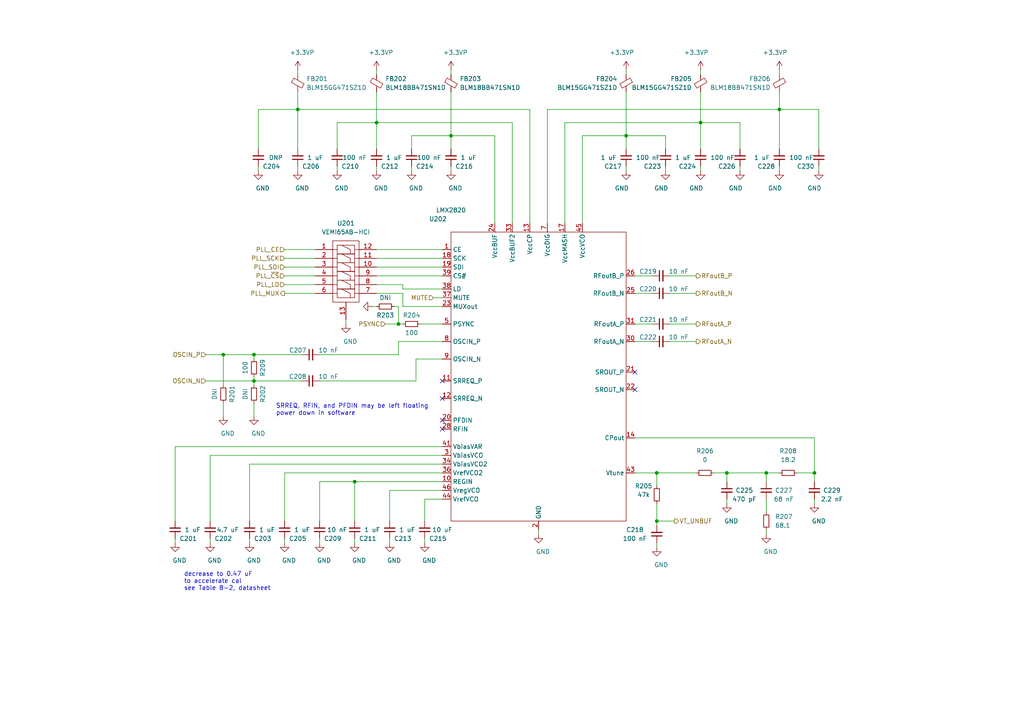
<source format=kicad_sch>
(kicad_sch (version 20211123) (generator eeschema)
  (paper "A4")
  (lib_symbols
    (symbol "Device:C_Small" (pin_numbers hide) (pin_names (offset 0.254) hide)
      (property "Reference" "C" (at 0.254 1.778 0))
      (property "Value" "C_Small" (at 0.254 -2.032 0))
      (symbol "C_Small_0_1"
        (polyline (pts (xy -1.524 -0.508) (xy 1.524 -0.508)) (stroke (width 0.3302)))
        (polyline (pts (xy -1.524 0.508) (xy 1.524 0.508)) (stroke (width 0.3048)))
      )
      (symbol "C_Small_1_1"
        (pin passive line (at 0 2.54 270) (length 2.032) (name "~") (number "1"))
        (pin passive line (at 0 -2.54 90) (length 2.032) (name "~") (number "2"))
      )
    )
    (symbol "Device:FerriteBead_Small" (pin_numbers hide) (pin_names (offset 0))
      (property "Reference" "FB" (at 1.905 1.27 0))
      (property "Value" "FerriteBead_Small" (at 1.905 -1.27 0))
      (symbol "FerriteBead_Small_0_1"
        (polyline (pts (xy 0 -1.27) (xy 0 -0.7874)))
        (polyline (pts (xy 0 0.889) (xy 0 1.2954)))
        (polyline (pts (xy -1.8288 0.2794) (xy -1.1176 1.4986) (xy 1.8288 -0.2032) (xy 1.1176 -1.4224) (xy -1.8288 0.2794)))
      )
      (symbol "FerriteBead_Small_1_1"
        (pin passive line (at 0 2.54 270) (length 1.27) (name "~") (number "1"))
        (pin passive line (at 0 -2.54 90) (length 1.27) (name "~") (number "2"))
      )
    )
    (symbol "Device:R_Small" (pin_numbers hide) (pin_names (offset 0.254) hide)
      (property "Reference" "R" (at 0.762 0.508 0))
      (property "Value" "R_Small" (at 0.762 -1.016 0))
      (symbol "R_Small_0_1"
        (rectangle (start -0.762 1.778) (end 0.762 -1.778) (stroke (width 0.2032)))
      )
      (symbol "R_Small_1_1"
        (pin passive line (at 0 2.54 270) (length 0.762) (name "~") (number "1"))
        (pin passive line (at 0 -2.54 90) (length 0.762) (name "~") (number "2"))
      )
    )
    (symbol "jtk_rf:LMX2820"
      (property "Reference" "U" (at -29.21 45.72 0))
      (property "Value" "LMX2820" (at -25.4 48.26 0))
      (symbol "LMX2820_0_0"
        (pin input line (at -27.94 36.83 0) (length 2.54) (name "CE") (number "1"))
        (pin power_out line (at -27.94 -30.48 0) (length 2.54) (name "REGIN") (number "10"))
        (pin input line (at -27.94 -1.27 0) (length 2.54) (name "SRREQ_P") (number "11"))
        (pin input line (at -27.94 -6.35 0) (length 2.54) (name "SRREQ_N") (number "12"))
        (pin power_in line (at -2.54 44.45 270) (length 2.54) (name "VccCP") (number "13"))
        (pin output line (at 27.94 -17.78 180) (length 2.54) (name "CPout") (number "14"))
        (pin power_in line (at 0 -44.45 90) (length 2.54) hide (name "GND") (number "15"))
        (pin power_in line (at 0 -44.45 90) (length 2.54) hide (name "GND") (number "16"))
        (pin power_in line (at 7.62 44.45 270) (length 2.54) (name "VccMASH") (number "17"))
        (pin input line (at -27.94 34.29 0) (length 2.54) (name "SCK") (number "18"))
        (pin input line (at -27.94 31.75 0) (length 2.54) (name "SDI") (number "19"))
        (pin power_in line (at 0 -44.45 90) (length 2.54) (name "GND") (number "2"))
        (pin input line (at -27.94 -12.7 0) (length 2.54) (name "PFDIN") (number "20"))
        (pin input line (at 27.94 1.27 180) (length 2.54) (name "SROUT_P") (number "21"))
        (pin input line (at 27.94 -3.81 180) (length 2.54) (name "SROUT_N") (number "22"))
        (pin output line (at -27.94 20.32 0) (length 2.54) (name "MUXout") (number "23"))
        (pin power_in line (at -12.7 44.45 270) (length 2.54) (name "VccBUF") (number "24"))
        (pin output line (at 27.94 24.13 180) (length 2.54) (name "RFoutB_N") (number "25"))
        (pin output line (at 27.94 29.21 180) (length 2.54) (name "RFoutB_P") (number "26"))
        (pin power_in line (at 0 -44.45 90) (length 2.54) hide (name "GND") (number "27"))
        (pin input line (at -27.94 -15.24 0) (length 2.54) (name "RFIN") (number "28"))
        (pin power_in line (at 0 -44.45 90) (length 2.54) hide (name "GND") (number "29"))
        (pin power_out line (at -27.94 -22.86 0) (length 2.54) (name "VbiasVCO") (number "3"))
        (pin output line (at 27.94 10.16 180) (length 2.54) (name "RFoutA_N") (number "30"))
        (pin output line (at 27.94 15.24 180) (length 2.54) (name "RFoutA_P") (number "31"))
        (pin power_in line (at 0 -44.45 90) (length 2.54) hide (name "GND") (number "32"))
        (pin power_in line (at -7.62 44.45 270) (length 2.54) (name "VccBUF2") (number "33"))
        (pin power_out line (at -27.94 -25.4 0) (length 2.54) (name "VbiasVCO2") (number "34"))
        (pin power_in line (at 0 -44.45 90) (length 2.54) hide (name "NC") (number "35"))
        (pin power_out line (at -27.94 -27.94 0) (length 2.54) (name "VrefVCO2") (number "36"))
        (pin input line (at -27.94 22.86 0) (length 2.54) (name "MUTE") (number "37"))
        (pin input line (at -27.94 25.4 0) (length 2.54) (name "LD") (number "38"))
        (pin input line (at -27.94 29.21 0) (length 2.54) (name "CS#") (number "39"))
        (pin power_in line (at 0 -44.45 90) (length 2.54) hide (name "GND") (number "4"))
        (pin power_in line (at 0 -44.45 90) (length 2.54) hide (name "GND") (number "40"))
        (pin power_out line (at -27.94 -20.32 0) (length 2.54) (name "VbiasVAR") (number "41"))
        (pin power_in line (at 0 -44.45 90) (length 2.54) hide (name "GND") (number "42"))
        (pin input line (at 27.94 -27.94 180) (length 2.54) (name "Vtune") (number "43"))
        (pin power_out line (at -27.94 -35.56 0) (length 2.54) (name "VrefVCO") (number "44"))
        (pin power_in line (at 12.7 44.45 270) (length 2.54) (name "VccVCO") (number "45"))
        (pin power_out line (at -27.94 -33.02 0) (length 2.54) (name "VregVCO") (number "46"))
        (pin power_in line (at 0 -44.45 90) (length 2.54) hide (name "GND") (number "47"))
        (pin power_in line (at 0 -44.45 90) (length 2.54) hide (name "GND") (number "48"))
        (pin power_in line (at 0 -44.45 90) (length 2.54) hide (name "GND") (number "49"))
        (pin input line (at -27.94 15.24 0) (length 2.54) (name "PSYNC") (number "5"))
        (pin power_in line (at 0 -44.45 90) (length 2.54) hide (name "GND") (number "6"))
        (pin power_in line (at 2.54 44.45 270) (length 2.54) (name "VccDIG") (number "7"))
        (pin input line (at -27.94 10.16 0) (length 2.54) (name "OSCIN_P") (number "8"))
        (pin input line (at -27.94 5.08 0) (length 2.54) (name "OSCIN_N") (number "9"))
      )
      (symbol "LMX2820_0_1"
        (rectangle (start -25.4 41.91) (end 25.4 -41.91))
      )
    )
    (symbol "power:+3.3VP" (power) (pin_names (offset 0))
      (property "Value" "+3.3VP" (at 0 2.54 0))
      (symbol "+3.3VP_0_0"
        (pin power_in line (at 0 0 90) (length 0) hide (name "+3.3VP") (number "1"))
      )
      (symbol "+3.3VP_0_1"
        (polyline (pts (xy -0.762 1.27) (xy 0 2.54)))
        (polyline (pts (xy 0 0) (xy 0 2.54)))
        (polyline (pts (xy 0 2.54) (xy 0.762 1.27)))
      )
    )
    (symbol "power:GND" (power) (pin_names (offset 0))
      (property "Value" "GND" (at 0 -3.81 0))
      (symbol "GND_0_1"
        (polyline (pts (xy 0 0) (xy 0 -1.27) (xy 1.27 -1.27) (xy 0 -2.54) (xy -1.27 -1.27) (xy 0 -1.27)))
      )
      (symbol "GND_1_1"
        (pin power_in line (at 0 0 270) (length 0) hide (name "GND") (number "1"))
      )
    )
    (symbol "vna_mm:VEMI65AB-HCI" (pin_names (offset 1.016))
      (property "Reference" "U" (at -3.81 10.16 0))
      (property "Value" "VEMI65AB-HCI" (at 2.54 12.7 0))
      (symbol "VEMI65AB-HCI_0_1"
        (rectangle (start -3.81 8.89) (end 3.81 -8.89))
        (rectangle (start -2.54 -5.08) (end 2.54 -7.62))
        (rectangle (start -2.54 -2.54) (end 2.54 -5.08))
        (rectangle (start -2.54 0) (end 2.54 -2.54))
        (rectangle (start -2.54 2.54) (end 2.54 0))
        (rectangle (start -2.54 5.08) (end 2.54 2.54))
        (rectangle (start -2.54 7.62) (end 2.54 5.08))
        (polyline (pts (xy -3.81 -6.35) (xy -2.54 -6.35)))
        (polyline (pts (xy -3.81 -3.81) (xy -2.54 -3.81)))
        (polyline (pts (xy -3.81 -1.27) (xy -2.54 -1.27)))
        (polyline (pts (xy -3.81 1.27) (xy -2.54 1.27)))
        (polyline (pts (xy -3.81 3.81) (xy -2.54 3.81)))
        (polyline (pts (xy -3.81 6.35) (xy -2.54 6.35)))
        (polyline (pts (xy 2.54 -6.35) (xy 3.81 -6.35)))
        (polyline (pts (xy 2.54 -3.81) (xy 3.81 -3.81)))
        (polyline (pts (xy 2.54 -1.27) (xy 3.81 -1.27)))
        (polyline (pts (xy 2.54 1.27) (xy 3.81 1.27)))
        (polyline (pts (xy 2.54 3.81) (xy 3.81 3.81)))
        (polyline (pts (xy 2.54 6.35) (xy 3.81 6.35)))
        (polyline (pts (xy -1.27 -5.08) (xy 1.27 -6.35) (xy 1.27 -7.62)))
        (polyline (pts (xy -1.27 -2.54) (xy 1.27 -3.81) (xy 1.27 -5.08)))
        (polyline (pts (xy -1.27 0) (xy 1.27 -1.27) (xy 1.27 -2.54)))
        (polyline (pts (xy -1.27 2.54) (xy 1.27 1.27) (xy 1.27 0)))
        (polyline (pts (xy -1.27 5.08) (xy 1.27 3.81) (xy 1.27 2.54)))
        (polyline (pts (xy -1.27 7.62) (xy 1.27 6.35) (xy 1.27 5.08)))
      )
      (symbol "VEMI65AB-HCI_1_1"
        (pin bidirectional line (at -8.89 6.35 0) (length 5.08) (name "~") (number "1"))
        (pin bidirectional line (at 8.89 1.27 180) (length 5.08) (name "~") (number "10"))
        (pin bidirectional line (at 8.89 3.81 180) (length 5.08) (name "~") (number "11"))
        (pin bidirectional line (at 8.89 6.35 180) (length 5.08) (name "~") (number "12"))
        (pin bidirectional line (at 0 -13.97 90) (length 5.08) (name "~") (number "13"))
        (pin bidirectional line (at -8.89 3.81 0) (length 5.08) (name "~") (number "2"))
        (pin bidirectional line (at -8.89 1.27 0) (length 5.08) (name "~") (number "3"))
        (pin bidirectional line (at -8.89 -1.27 0) (length 5.08) (name "~") (number "4"))
        (pin bidirectional line (at -8.89 -3.81 0) (length 5.08) (name "~") (number "5"))
        (pin bidirectional line (at -8.89 -6.35 0) (length 5.08) (name "~") (number "6"))
        (pin bidirectional line (at 8.89 -6.35 180) (length 5.08) (name "~") (number "7"))
        (pin bidirectional line (at 8.89 -3.81 180) (length 5.08) (name "~") (number "8"))
        (pin bidirectional line (at 8.89 -1.27 180) (length 5.08) (name "~") (number "9"))
      )
    )
  )
  (junction (at 236.22 137.16) (diameter 0.9144))
  (junction (at 86.36 31.75) (diameter 0.9144))
  (junction (at 226.06 31.75) (diameter 0.9144))
  (junction (at 73.66 102.87) (diameter 0.9144))
  (junction (at 181.61 39.37) (diameter 0.9144))
  (junction (at 109.22 35.56) (diameter 0.9144))
  (junction (at 102.87 139.7) (diameter 0.9144))
  (junction (at 115.57 93.98) (diameter 0.9144))
  (junction (at 73.66 110.49) (diameter 0.9144))
  (junction (at 130.81 39.37) (diameter 0.9144))
  (junction (at 64.77 102.87) (diameter 0.9144))
  (junction (at 210.82 137.16) (diameter 0.9144))
  (junction (at 203.2 35.56) (diameter 0.9144))
  (junction (at 222.25 137.16) (diameter 0.9144))
  (junction (at 190.5 151.13) (diameter 0.9144))
  (junction (at 190.5 137.16) (diameter 0.9144))
  (no_connect (at 184.15 107.95))
  (no_connect (at 128.27 115.57))
  (no_connect (at 128.27 124.46))
  (no_connect (at 184.15 113.03))
  (no_connect (at 128.27 121.92))
  (no_connect (at 128.27 110.49))
  (wire (pts (xy 74.93 31.75) (xy 74.93 43.18)))
  (wire (pts (xy 59.69 110.49) (xy 73.66 110.49)))
  (wire (pts (xy 123.19 156.21) (xy 123.19 157.48)))
  (wire (pts (xy 153.67 64.77) (xy 153.67 31.75)))
  (wire (pts (xy 226.06 26.67) (xy 226.06 31.75)))
  (wire (pts (xy 143.51 39.37) (xy 143.51 64.77)))
  (wire (pts (xy 72.39 134.62) (xy 128.27 134.62)))
  (wire (pts (xy 86.36 31.75) (xy 86.36 43.18)))
  (wire (pts (xy 92.71 139.7) (xy 92.71 151.13)))
  (wire (pts (xy 64.77 102.87) (xy 64.77 111.76)))
  (wire (pts (xy 128.27 144.78) (xy 123.19 144.78)))
  (wire (pts (xy 92.71 156.21) (xy 92.71 157.48)))
  (wire (pts (xy 184.15 99.06) (xy 189.23 99.06)))
  (wire (pts (xy 226.06 31.75) (xy 226.06 43.18)))
  (wire (pts (xy 181.61 20.32) (xy 181.61 21.59)))
  (wire (pts (xy 184.15 93.98) (xy 189.23 93.98)))
  (wire (pts (xy 73.66 109.22) (xy 73.66 110.49)))
  (wire (pts (xy 168.91 39.37) (xy 168.91 64.77)))
  (wire (pts (xy 190.5 151.13) (xy 195.58 151.13)))
  (wire (pts (xy 109.22 85.09) (xy 116.84 85.09)))
  (wire (pts (xy 181.61 39.37) (xy 168.91 39.37)))
  (wire (pts (xy 116.84 82.55) (xy 109.22 82.55)))
  (wire (pts (xy 203.2 26.67) (xy 203.2 35.56)))
  (wire (pts (xy 158.75 64.77) (xy 158.75 31.75)))
  (wire (pts (xy 190.5 146.05) (xy 190.5 151.13)))
  (wire (pts (xy 190.5 151.13) (xy 190.5 152.4)))
  (wire (pts (xy 92.71 102.87) (xy 115.57 102.87)))
  (wire (pts (xy 73.66 102.87) (xy 73.66 104.14)))
  (wire (pts (xy 128.27 129.54) (xy 50.8 129.54)))
  (wire (pts (xy 102.87 139.7) (xy 128.27 139.7)))
  (wire (pts (xy 86.36 31.75) (xy 74.93 31.75)))
  (wire (pts (xy 109.22 20.32) (xy 109.22 21.59)))
  (wire (pts (xy 116.84 88.9) (xy 128.27 88.9)))
  (wire (pts (xy 86.36 48.26) (xy 86.36 49.53)))
  (wire (pts (xy 73.66 102.87) (xy 64.77 102.87)))
  (wire (pts (xy 87.63 102.87) (xy 73.66 102.87)))
  (wire (pts (xy 87.63 110.49) (xy 73.66 110.49)))
  (wire (pts (xy 123.19 144.78) (xy 123.19 151.13)))
  (wire (pts (xy 226.06 31.75) (xy 237.49 31.75)))
  (wire (pts (xy 130.81 26.67) (xy 130.81 39.37)))
  (wire (pts (xy 236.22 137.16) (xy 236.22 139.7)))
  (wire (pts (xy 121.92 93.98) (xy 128.27 93.98)))
  (wire (pts (xy 119.38 48.26) (xy 119.38 49.53)))
  (wire (pts (xy 97.79 35.56) (xy 97.79 43.18)))
  (wire (pts (xy 231.14 137.16) (xy 236.22 137.16)))
  (wire (pts (xy 82.55 72.39) (xy 91.44 72.39)))
  (wire (pts (xy 193.04 39.37) (xy 181.61 39.37)))
  (wire (pts (xy 181.61 48.26) (xy 181.61 49.53)))
  (wire (pts (xy 86.36 20.32) (xy 86.36 21.59)))
  (wire (pts (xy 130.81 48.26) (xy 130.81 49.53)))
  (wire (pts (xy 210.82 144.78) (xy 210.82 146.05)))
  (wire (pts (xy 203.2 20.32) (xy 203.2 21.59)))
  (wire (pts (xy 111.76 93.98) (xy 115.57 93.98)))
  (wire (pts (xy 130.81 39.37) (xy 130.81 43.18)))
  (wire (pts (xy 163.83 64.77) (xy 163.83 35.56)))
  (wire (pts (xy 82.55 77.47) (xy 91.44 77.47)))
  (wire (pts (xy 109.22 35.56) (xy 148.59 35.56)))
  (wire (pts (xy 184.15 127) (xy 236.22 127)))
  (wire (pts (xy 109.22 72.39) (xy 128.27 72.39)))
  (wire (pts (xy 236.22 144.78) (xy 236.22 146.05)))
  (wire (pts (xy 109.22 48.26) (xy 109.22 49.53)))
  (wire (pts (xy 119.38 39.37) (xy 130.81 39.37)))
  (wire (pts (xy 214.63 48.26) (xy 214.63 49.53)))
  (wire (pts (xy 92.71 110.49) (xy 120.65 110.49)))
  (wire (pts (xy 73.66 110.49) (xy 73.66 111.76)))
  (wire (pts (xy 184.15 80.01) (xy 189.23 80.01)))
  (wire (pts (xy 210.82 137.16) (xy 222.25 137.16)))
  (wire (pts (xy 113.03 142.24) (xy 113.03 151.13)))
  (wire (pts (xy 194.31 93.98) (xy 201.93 93.98)))
  (wire (pts (xy 237.49 31.75) (xy 237.49 43.18)))
  (wire (pts (xy 82.55 137.16) (xy 128.27 137.16)))
  (wire (pts (xy 72.39 134.62) (xy 72.39 151.13)))
  (wire (pts (xy 86.36 26.67) (xy 86.36 31.75)))
  (wire (pts (xy 156.21 153.67) (xy 156.21 154.94)))
  (wire (pts (xy 92.71 139.7) (xy 102.87 139.7)))
  (wire (pts (xy 210.82 137.16) (xy 210.82 139.7)))
  (wire (pts (xy 59.69 102.87) (xy 64.77 102.87)))
  (wire (pts (xy 109.22 80.01) (xy 128.27 80.01)))
  (wire (pts (xy 226.06 20.32) (xy 226.06 21.59)))
  (wire (pts (xy 100.33 92.71) (xy 100.33 93.98)))
  (wire (pts (xy 184.15 137.16) (xy 190.5 137.16)))
  (wire (pts (xy 190.5 137.16) (xy 201.93 137.16)))
  (wire (pts (xy 193.04 48.26) (xy 193.04 49.53)))
  (wire (pts (xy 193.04 43.18) (xy 193.04 39.37)))
  (wire (pts (xy 203.2 48.26) (xy 203.2 49.53)))
  (wire (pts (xy 97.79 48.26) (xy 97.79 49.53)))
  (wire (pts (xy 158.75 31.75) (xy 226.06 31.75)))
  (wire (pts (xy 222.25 137.16) (xy 222.25 139.7)))
  (wire (pts (xy 181.61 39.37) (xy 181.61 43.18)))
  (wire (pts (xy 194.31 85.09) (xy 201.93 85.09)))
  (wire (pts (xy 74.93 48.26) (xy 74.93 49.53)))
  (wire (pts (xy 109.22 35.56) (xy 97.79 35.56)))
  (wire (pts (xy 237.49 48.26) (xy 237.49 49.53)))
  (wire (pts (xy 107.95 88.9) (xy 109.22 88.9)))
  (wire (pts (xy 116.84 83.82) (xy 116.84 82.55)))
  (wire (pts (xy 203.2 35.56) (xy 163.83 35.56)))
  (wire (pts (xy 60.96 132.08) (xy 128.27 132.08)))
  (wire (pts (xy 114.3 88.9) (xy 115.57 88.9)))
  (wire (pts (xy 226.06 48.26) (xy 226.06 49.53)))
  (wire (pts (xy 119.38 43.18) (xy 119.38 39.37)))
  (wire (pts (xy 64.77 116.84) (xy 64.77 120.65)))
  (wire (pts (xy 222.25 153.67) (xy 222.25 154.94)))
  (wire (pts (xy 82.55 80.01) (xy 91.44 80.01)))
  (wire (pts (xy 214.63 35.56) (xy 214.63 43.18)))
  (wire (pts (xy 190.5 140.97) (xy 190.5 137.16)))
  (wire (pts (xy 109.22 77.47) (xy 128.27 77.47)))
  (wire (pts (xy 190.5 157.48) (xy 190.5 158.75)))
  (wire (pts (xy 120.65 104.14) (xy 120.65 110.49)))
  (wire (pts (xy 128.27 142.24) (xy 113.03 142.24)))
  (wire (pts (xy 115.57 88.9) (xy 115.57 93.98)))
  (wire (pts (xy 194.31 80.01) (xy 201.93 80.01)))
  (wire (pts (xy 60.96 132.08) (xy 60.96 151.13)))
  (wire (pts (xy 82.55 82.55) (xy 91.44 82.55)))
  (wire (pts (xy 102.87 156.21) (xy 102.87 157.48)))
  (wire (pts (xy 102.87 139.7) (xy 102.87 151.13)))
  (wire (pts (xy 222.25 137.16) (xy 226.06 137.16)))
  (wire (pts (xy 109.22 74.93) (xy 128.27 74.93)))
  (wire (pts (xy 203.2 35.56) (xy 203.2 43.18)))
  (wire (pts (xy 72.39 156.21) (xy 72.39 157.48)))
  (wire (pts (xy 50.8 156.21) (xy 50.8 157.48)))
  (wire (pts (xy 194.31 99.06) (xy 201.93 99.06)))
  (wire (pts (xy 128.27 104.14) (xy 120.65 104.14)))
  (wire (pts (xy 184.15 85.09) (xy 189.23 85.09)))
  (wire (pts (xy 73.66 116.84) (xy 73.66 120.65)))
  (wire (pts (xy 222.25 144.78) (xy 222.25 148.59)))
  (wire (pts (xy 130.81 20.32) (xy 130.81 21.59)))
  (wire (pts (xy 82.55 156.21) (xy 82.55 157.48)))
  (wire (pts (xy 109.22 26.67) (xy 109.22 35.56)))
  (wire (pts (xy 115.57 93.98) (xy 116.84 93.98)))
  (wire (pts (xy 60.96 156.21) (xy 60.96 157.48)))
  (wire (pts (xy 125.73 86.36) (xy 128.27 86.36)))
  (wire (pts (xy 82.55 137.16) (xy 82.55 151.13)))
  (wire (pts (xy 50.8 129.54) (xy 50.8 151.13)))
  (wire (pts (xy 116.84 83.82) (xy 128.27 83.82)))
  (wire (pts (xy 203.2 35.56) (xy 214.63 35.56)))
  (wire (pts (xy 153.67 31.75) (xy 86.36 31.75)))
  (wire (pts (xy 109.22 35.56) (xy 109.22 43.18)))
  (wire (pts (xy 207.01 137.16) (xy 210.82 137.16)))
  (wire (pts (xy 116.84 88.9) (xy 116.84 85.09)))
  (wire (pts (xy 181.61 26.67) (xy 181.61 39.37)))
  (wire (pts (xy 82.55 74.93) (xy 91.44 74.93)))
  (wire (pts (xy 148.59 64.77) (xy 148.59 35.56)))
  (wire (pts (xy 113.03 156.21) (xy 113.03 157.48)))
  (wire (pts (xy 130.81 39.37) (xy 143.51 39.37)))
  (wire (pts (xy 82.55 85.09) (xy 91.44 85.09)))
  (wire (pts (xy 115.57 99.06) (xy 115.57 102.87)))
  (wire (pts (xy 128.27 99.06) (xy 115.57 99.06)))
  (wire (pts (xy 236.22 127) (xy 236.22 137.16)))
  (text "SRREQ, RFIN, and PFDIN may be left floating\npower down in software" (at 80.01 120.65 0) (effects (font (size 1.27 1.27)) (justify left bottom)))
  (text "decrease to 0.47 uF\nto accelerate cal\nsee Table 8-2, datasheet" (at 53.34 171.45 0) (effects (font (size 1.27 1.27)) (justify left bottom)))
  (hierarchical_label "PLL_~{CS}" (shape input) (at 82.55 80.01 180))
  (hierarchical_label "OSCIN_N" (shape input) (at 59.69 110.49 180))
  (hierarchical_label "RFoutB_N" (shape output) (at 201.93 85.09 0))
  (hierarchical_label "RFoutA_P" (shape output) (at 201.93 93.98 0))
  (hierarchical_label "PLL_SCK" (shape input) (at 82.55 74.93 180))
  (hierarchical_label "MUTE" (shape input) (at 125.73 86.36 180))
  (hierarchical_label "OSCIN_P" (shape input) (at 59.69 102.87 180))
  (hierarchical_label "RFoutB_P" (shape output) (at 201.93 80.01 0))
  (hierarchical_label "PLL_LD" (shape input) (at 82.55 82.55 180))
  (hierarchical_label "PLL_MUX" (shape output) (at 82.55 85.09 180))
  (hierarchical_label "RFoutA_N" (shape output) (at 201.93 99.06 0))
  (hierarchical_label "VT_UNBUF" (shape output) (at 195.58 151.13 0))
  (hierarchical_label "PLL_SDI" (shape input) (at 82.55 77.47 180))
  (hierarchical_label "PSYNC" (shape input) (at 111.76 93.98 180))
  (hierarchical_label "PLL_CE" (shape input) (at 82.55 72.39 180))
  (symbol (lib_id "Device:C_Small") (at 181.61 45.72 0) (mirror x) (unit 1)
    (property "Reference" "C217" (at 177.8 48.26 0))
    (property "Value" "1 uF" (at 176.53 45.72 0))
    (property "Footprint" "Capacitor_SMD:C_0402_1005Metric" (effects hide))
  )
  (symbol (lib_id "Device:C_Small") (at 210.82 142.24 0) (unit 1)
    (property "Reference" "C225" (at 215.9 142.24 0))
    (property "Value" "470 pF" (at 215.9 144.78 0))
    (property "Footprint" "Capacitor_SMD:C_0603_1608Metric" (effects hide))
  )
  (symbol (lib_id "power:GND") (at 156.21 154.94 0) (unit 1)
    (property "Reference" "#PWR0222" (effects hide))
    (property "Value" "GND" (at 157.48 160.02 0))
  )
  (symbol (lib_id "Device:C_Small") (at 191.77 99.06 90) (unit 1)
    (property "Reference" "C222" (at 187.96 97.79 90))
    (property "Value" "10 nF" (at 196.85 97.79 90))
    (property "Footprint" "Capacitor_SMD:C_0402_1005Metric" (effects hide))
  )
  (symbol (lib_id "power:GND") (at 210.82 146.05 0) (unit 1)
    (property "Reference" "#PWR0229" (effects hide))
    (property "Value" "GND" (at 212.09 151.13 0))
  )
  (symbol (lib_id "Device:C_Small") (at 90.17 110.49 90) (unit 1)
    (property "Reference" "C208" (at 86.36 109.22 90))
    (property "Value" "10 nF" (at 95.25 109.22 90))
    (property "Footprint" "Capacitor_SMD:C_0402_1005Metric" (effects hide))
  )
  (symbol (lib_id "Device:C_Small") (at 123.19 153.67 180) (unit 1)
    (property "Reference" "C215" (at 127 156.21 0))
    (property "Value" "10 uF" (at 128.27 153.67 0))
    (property "Footprint" "Capacitor_SMD:C_0603_1608Metric" (effects hide))
  )
  (symbol (lib_id "power:GND") (at 237.49 49.53 0) (mirror y) (unit 1)
    (property "Reference" "#PWR0235" (effects hide))
    (property "Value" "GND" (at 236.22 54.61 0))
  )
  (symbol (lib_id "Device:C_Small") (at 86.36 45.72 180) (unit 1)
    (property "Reference" "C206" (at 90.17 48.26 0))
    (property "Value" "1 uF" (at 91.44 45.72 0))
    (property "Footprint" "Capacitor_SMD:C_0402_1005Metric" (effects hide))
  )
  (symbol (lib_id "power:GND") (at 97.79 49.53 0) (unit 1)
    (property "Reference" "#PWR0211" (effects hide))
    (property "Value" "GND" (at 99.06 54.61 0))
  )
  (symbol (lib_id "power:GND") (at 107.95 88.9 270) (unit 1)
    (property "Reference" "#PWR0214" (effects hide))
    (property "Value" "GND" (effects hide))
  )
  (symbol (lib_id "Device:C_Small") (at 97.79 45.72 180) (unit 1)
    (property "Reference" "C210" (at 101.6 48.26 0))
    (property "Value" "100 nF" (at 102.87 45.72 0))
    (property "Footprint" "Capacitor_SMD:C_0402_1005Metric" (effects hide))
  )
  (symbol (lib_id "power:GND") (at 72.39 157.48 0) (unit 1)
    (property "Reference" "#PWR0204" (effects hide))
    (property "Value" "GND" (at 73.66 162.56 0))
  )
  (symbol (lib_id "Device:C_Small") (at 236.22 142.24 0) (unit 1)
    (property "Reference" "C229" (at 241.3 142.24 0))
    (property "Value" "2.2 nF" (at 241.3 144.78 0))
    (property "Footprint" "Capacitor_SMD:C_0603_1608Metric" (effects hide))
  )
  (symbol (lib_id "power:GND") (at 100.33 93.98 0) (unit 1)
    (property "Reference" "#PWR0212" (effects hide))
    (property "Value" "GND" (at 101.6 99.06 0))
  )
  (symbol (lib_id "power:GND") (at 203.2 49.53 0) (mirror y) (unit 1)
    (property "Reference" "#PWR0228" (effects hide))
    (property "Value" "GND" (at 201.93 54.61 0))
  )
  (symbol (lib_id "power:+3.3VP") (at 203.2 20.32 0) (mirror y) (unit 1)
    (property "Reference" "#PWR0227" (effects hide))
    (property "Value" "+3.3VP" (at 201.93 15.24 0))
  )
  (symbol (lib_id "power:GND") (at 190.5 158.75 0) (unit 1)
    (property "Reference" "#PWR0225" (effects hide))
    (property "Value" "GND" (at 191.77 163.83 0))
  )
  (symbol (lib_id "Device:C_Small") (at 226.06 45.72 0) (mirror x) (unit 1)
    (property "Reference" "C228" (at 222.25 48.26 0))
    (property "Value" "1 uF" (at 220.98 45.72 0))
    (property "Footprint" "Capacitor_SMD:C_0402_1005Metric" (effects hide))
  )
  (symbol (lib_id "power:GND") (at 50.8 157.48 0) (unit 1)
    (property "Reference" "#PWR0201" (effects hide))
    (property "Value" "GND" (at 52.07 162.56 0))
  )
  (symbol (lib_id "Device:C_Small") (at 222.25 142.24 0) (unit 1)
    (property "Reference" "C227" (at 227.33 142.24 0))
    (property "Value" "68 nF" (at 227.33 144.78 0))
    (property "Footprint" "Capacitor_SMD:C_1206_3216Metric" (effects hide))
  )
  (symbol (lib_id "vna_mm:VEMI65AB-HCI") (at 100.33 78.74 0) (unit 1)
    (property "Reference" "U201" (at 100.33 64.77 0))
    (property "Value" "VEMI65AB-HCI" (at 100.33 67.31 0))
    (property "Footprint" "vna_mm:LLP2513-13L" (effects hide))
  )
  (symbol (lib_id "power:GND") (at 60.96 157.48 0) (unit 1)
    (property "Reference" "#PWR0202" (effects hide))
    (property "Value" "GND" (at 62.23 162.56 0))
  )
  (symbol (lib_id "power:GND") (at 74.93 49.53 0) (unit 1)
    (property "Reference" "#PWR0206" (effects hide))
    (property "Value" "GND" (at 76.2 54.61 0))
  )
  (symbol (lib_id "Device:R_Small") (at 190.5 143.51 180) (unit 1)
    (property "Reference" "R205" (at 186.69 140.97 0))
    (property "Value" "47k" (at 186.69 143.51 0))
    (property "Footprint" "Resistor_SMD:R_0603_1608Metric" (effects hide))
  )
  (symbol (lib_id "power:+3.3VP") (at 130.81 20.32 0) (unit 1)
    (property "Reference" "#PWR0220" (effects hide))
    (property "Value" "+3.3VP" (at 132.08 15.24 0))
  )
  (symbol (lib_id "Device:FerriteBead_Small") (at 86.36 24.13 0) (unit 1)
    (property "Reference" "FB201" (at 88.9 22.86 0) (effects (justify left)))
    (property "Value" "BLM15GG471SZ1D" (at 88.9 25.4 0) (effects (justify left)))
    (property "Footprint" "Inductor_SMD:L_0402_1005Metric" (effects hide))
  )
  (symbol (lib_id "Device:FerriteBead_Small") (at 226.06 24.13 0) (mirror y) (unit 1)
    (property "Reference" "FB206" (at 223.52 22.86 0) (effects (justify left)))
    (property "Value" "BLM18BB471SN1D" (at 223.52 25.4 0) (effects (justify left)))
    (property "Footprint" "Inductor_SMD:L_0603_1608Metric" (effects hide))
  )
  (symbol (lib_id "Device:C_Small") (at 190.5 154.94 180) (unit 1)
    (property "Reference" "C218" (at 184.15 153.67 0))
    (property "Value" "100 nF" (at 184.15 156.21 0))
    (property "Footprint" "Capacitor_SMD:C_0603_1608Metric" (effects hide))
  )
  (symbol (lib_id "Device:FerriteBead_Small") (at 181.61 24.13 0) (mirror y) (unit 1)
    (property "Reference" "FB204" (at 179.07 22.86 0) (effects (justify left)))
    (property "Value" "BLM15GG471SZ1D" (at 179.07 25.4 0) (effects (justify left)))
    (property "Footprint" "Inductor_SMD:L_0402_1005Metric" (effects hide))
  )
  (symbol (lib_id "power:+3.3VP") (at 181.61 20.32 0) (mirror y) (unit 1)
    (property "Reference" "#PWR0223" (effects hide))
    (property "Value" "+3.3VP" (at 180.34 15.24 0))
  )
  (symbol (lib_id "Device:FerriteBead_Small") (at 203.2 24.13 0) (mirror y) (unit 1)
    (property "Reference" "FB205" (at 200.66 22.86 0) (effects (justify left)))
    (property "Value" "BLM15GG471SZ1D" (at 200.66 25.4 0) (effects (justify left)))
    (property "Footprint" "Inductor_SMD:L_0402_1005Metric" (effects hide))
  )
  (symbol (lib_id "power:GND") (at 113.03 157.48 0) (unit 1)
    (property "Reference" "#PWR0217" (effects hide))
    (property "Value" "GND" (at 114.3 162.56 0))
  )
  (symbol (lib_id "Device:FerriteBead_Small") (at 109.22 24.13 0) (unit 1)
    (property "Reference" "FB202" (at 111.76 22.86 0) (effects (justify left)))
    (property "Value" "BLM18BB471SN1D" (at 111.76 25.4 0) (effects (justify left)))
    (property "Footprint" "Inductor_SMD:L_0603_1608Metric" (effects hide))
  )
  (symbol (lib_id "Device:C_Small") (at 191.77 80.01 90) (unit 1)
    (property "Reference" "C219" (at 187.96 78.74 90))
    (property "Value" "10 nF" (at 196.85 78.74 90))
    (property "Footprint" "Capacitor_SMD:C_0402_1005Metric" (effects hide))
  )
  (symbol (lib_id "Device:C_Small") (at 113.03 153.67 180) (unit 1)
    (property "Reference" "C213" (at 116.84 156.21 0))
    (property "Value" "1 uF" (at 118.11 153.67 0))
    (property "Footprint" "Capacitor_SMD:C_0402_1005Metric" (effects hide))
  )
  (symbol (lib_id "jtk_rf:LMX2820") (at 156.21 109.22 0) (unit 1)
    (property "Reference" "U202" (at 127 63.5 0))
    (property "Value" "LMX2820" (at 130.81 60.96 0))
    (property "Footprint" "Package_DFN_QFN:Texas_S-PVQFN-N48_EP5.15x5.15mm" (effects hide))
    (property "Datasheet" "https://www.ti.com/lit/ds/symlink/lmx2820.pdf" (effects hide))
    (property "MFG" "TI" (effects hide))
  )
  (symbol (lib_id "Device:R_Small") (at 111.76 88.9 270) (unit 1)
    (property "Reference" "R203" (at 111.76 91.44 90))
    (property "Value" "DNI" (at 111.76 86.36 90))
    (property "Footprint" "Resistor_SMD:R_0402_1005Metric" (effects hide))
  )
  (symbol (lib_id "Device:C_Small") (at 82.55 153.67 180) (unit 1)
    (property "Reference" "C205" (at 86.36 156.21 0))
    (property "Value" "1 uF" (at 87.63 153.67 0))
    (property "Footprint" "Capacitor_SMD:C_0402_1005Metric" (effects hide))
  )
  (symbol (lib_id "power:GND") (at 222.25 154.94 0) (unit 1)
    (property "Reference" "#PWR0231" (effects hide))
    (property "Value" "GND" (at 223.52 160.02 0))
  )
  (symbol (lib_id "power:GND") (at 92.71 157.48 0) (unit 1)
    (property "Reference" "#PWR0210" (effects hide))
    (property "Value" "GND" (at 93.98 162.56 0))
  )
  (symbol (lib_id "Device:R_Small") (at 64.77 114.3 0) (unit 1)
    (property "Reference" "R201" (at 67.31 114.3 90))
    (property "Value" "DNI" (at 62.23 114.3 90))
    (property "Footprint" "Resistor_SMD:R_0402_1005Metric" (effects hide))
  )
  (symbol (lib_id "power:GND") (at 73.66 120.65 0) (unit 1)
    (property "Reference" "#PWR0205" (effects hide))
    (property "Value" "GND" (at 74.93 125.73 0))
  )
  (symbol (lib_id "Device:C_Small") (at 60.96 153.67 180) (unit 1)
    (property "Reference" "C202" (at 64.77 156.21 0))
    (property "Value" "4.7 uF" (at 66.04 153.67 0))
    (property "Footprint" "Capacitor_SMD:C_0603_1608Metric" (effects hide))
  )
  (symbol (lib_id "power:GND") (at 123.19 157.48 0) (unit 1)
    (property "Reference" "#PWR0219" (effects hide))
    (property "Value" "GND" (at 124.46 162.56 0))
  )
  (symbol (lib_id "power:GND") (at 214.63 49.53 0) (mirror y) (unit 1)
    (property "Reference" "#PWR0230" (effects hide))
    (property "Value" "GND" (at 213.36 54.61 0))
  )
  (symbol (lib_id "Device:C_Small") (at 119.38 45.72 180) (unit 1)
    (property "Reference" "C214" (at 123.19 48.26 0))
    (property "Value" "100 nF" (at 124.46 45.72 0))
    (property "Footprint" "Capacitor_SMD:C_0402_1005Metric" (effects hide))
  )
  (symbol (lib_id "power:GND") (at 82.55 157.48 0) (unit 1)
    (property "Reference" "#PWR0207" (effects hide))
    (property "Value" "GND" (at 83.82 162.56 0))
  )
  (symbol (lib_id "power:GND") (at 236.22 146.05 0) (unit 1)
    (property "Reference" "#PWR0234" (effects hide))
    (property "Value" "GND" (at 237.49 151.13 0))
  )
  (symbol (lib_id "power:GND") (at 119.38 49.53 0) (unit 1)
    (property "Reference" "#PWR0218" (effects hide))
    (property "Value" "GND" (at 120.65 54.61 0))
  )
  (symbol (lib_id "power:+3.3VP") (at 86.36 20.32 0) (unit 1)
    (property "Reference" "#PWR0208" (effects hide))
    (property "Value" "+3.3VP" (at 87.63 15.24 0))
  )
  (symbol (lib_id "Device:C_Small") (at 102.87 153.67 180) (unit 1)
    (property "Reference" "C211" (at 106.68 156.21 0))
    (property "Value" "1 uF" (at 107.95 153.67 0))
    (property "Footprint" "Capacitor_SMD:C_0402_1005Metric" (effects hide))
  )
  (symbol (lib_id "Device:C_Small") (at 203.2 45.72 0) (mirror x) (unit 1)
    (property "Reference" "C224" (at 199.39 48.26 0))
    (property "Value" "1 uF" (at 198.12 45.72 0))
    (property "Footprint" "Capacitor_SMD:C_0402_1005Metric" (effects hide))
  )
  (symbol (lib_id "power:+3.3VP") (at 109.22 20.32 0) (unit 1)
    (property "Reference" "#PWR0215" (effects hide))
    (property "Value" "+3.3VP" (at 110.49 15.24 0))
  )
  (symbol (lib_id "Device:C_Small") (at 72.39 153.67 180) (unit 1)
    (property "Reference" "C203" (at 76.2 156.21 0))
    (property "Value" "1 uF" (at 77.47 153.67 0))
    (property "Footprint" "Capacitor_SMD:C_0402_1005Metric" (effects hide))
  )
  (symbol (lib_id "Device:C_Small") (at 130.81 45.72 180) (unit 1)
    (property "Reference" "C216" (at 134.62 48.26 0))
    (property "Value" "1 uF" (at 135.89 45.72 0))
    (property "Footprint" "Capacitor_SMD:C_0402_1005Metric" (effects hide))
  )
  (symbol (lib_id "power:GND") (at 193.04 49.53 0) (mirror y) (unit 1)
    (property "Reference" "#PWR0226" (effects hide))
    (property "Value" "GND" (at 191.77 54.61 0))
  )
  (symbol (lib_id "Device:C_Small") (at 92.71 153.67 180) (unit 1)
    (property "Reference" "C209" (at 96.52 156.21 0))
    (property "Value" "10 nF" (at 97.79 153.67 0))
    (property "Footprint" "Capacitor_SMD:C_0402_1005Metric" (effects hide))
  )
  (symbol (lib_id "power:+3.3VP") (at 226.06 20.32 0) (mirror y) (unit 1)
    (property "Reference" "#PWR0232" (effects hide))
    (property "Value" "+3.3VP" (at 224.79 15.24 0))
  )
  (symbol (lib_id "Device:C_Small") (at 191.77 85.09 90) (unit 1)
    (property "Reference" "C220" (at 187.96 83.82 90))
    (property "Value" "10 nF" (at 196.85 83.82 90))
    (property "Footprint" "Capacitor_SMD:C_0402_1005Metric" (effects hide))
  )
  (symbol (lib_id "Device:R_Small") (at 119.38 93.98 90) (unit 1)
    (property "Reference" "R204" (at 119.38 91.44 90))
    (property "Value" "100" (at 119.38 96.52 90))
    (property "Footprint" "Resistor_SMD:R_0402_1005Metric" (effects hide))
  )
  (symbol (lib_id "power:GND") (at 130.81 49.53 0) (unit 1)
    (property "Reference" "#PWR0221" (effects hide))
    (property "Value" "GND" (at 132.08 54.61 0))
  )
  (symbol (lib_id "Device:C_Small") (at 90.17 102.87 90) (unit 1)
    (property "Reference" "C207" (at 86.36 101.6 90))
    (property "Value" "10 nF" (at 95.25 101.6 90))
    (property "Footprint" "Capacitor_SMD:C_0402_1005Metric" (effects hide))
  )
  (symbol (lib_id "power:GND") (at 86.36 49.53 0) (unit 1)
    (property "Reference" "#PWR0209" (effects hide))
    (property "Value" "GND" (at 87.63 54.61 0))
  )
  (symbol (lib_id "Device:C_Small") (at 74.93 45.72 180) (unit 1)
    (property "Reference" "C204" (at 78.74 48.26 0))
    (property "Value" "DNP" (at 80.01 45.72 0))
    (property "Footprint" "Capacitor_SMD:C_0402_1005Metric" (effects hide))
  )
  (symbol (lib_id "Device:C_Small") (at 50.8 153.67 180) (unit 1)
    (property "Reference" "C201" (at 54.61 156.21 0))
    (property "Value" "1 uF" (at 55.88 153.67 0))
    (property "Footprint" "Capacitor_SMD:C_0402_1005Metric" (effects hide))
  )
  (symbol (lib_id "power:GND") (at 102.87 157.48 0) (unit 1)
    (property "Reference" "#PWR0213" (effects hide))
    (property "Value" "GND" (at 104.14 162.56 0))
  )
  (symbol (lib_id "Device:R_Small") (at 73.66 114.3 0) (unit 1)
    (property "Reference" "R202" (at 76.2 114.3 90))
    (property "Value" "DNI" (at 71.12 114.3 90))
    (property "Footprint" "Resistor_SMD:R_0402_1005Metric" (effects hide))
  )
  (symbol (lib_id "power:GND") (at 109.22 49.53 0) (unit 1)
    (property "Reference" "#PWR0216" (effects hide))
    (property "Value" "GND" (at 110.49 54.61 0))
  )
  (symbol (lib_id "Device:R_Small") (at 204.47 137.16 90) (unit 1)
    (property "Reference" "R206" (at 204.47 130.81 90))
    (property "Value" "0" (at 204.47 133.35 90))
    (property "Footprint" "Resistor_SMD:R_0603_1608Metric" (effects hide))
  )
  (symbol (lib_id "power:GND") (at 181.61 49.53 0) (mirror y) (unit 1)
    (property "Reference" "#PWR0224" (effects hide))
    (property "Value" "GND" (at 180.34 54.61 0))
  )
  (symbol (lib_id "Device:R_Small") (at 228.6 137.16 90) (unit 1)
    (property "Reference" "R208" (at 228.6 130.81 90))
    (property "Value" "18.2" (at 228.6 133.35 90))
    (property "Footprint" "Resistor_SMD:R_0603_1608Metric" (effects hide))
  )
  (symbol (lib_id "Device:C_Small") (at 237.49 45.72 0) (mirror x) (unit 1)
    (property "Reference" "C230" (at 233.68 48.26 0))
    (property "Value" "100 nF" (at 232.41 45.72 0))
    (property "Footprint" "Capacitor_SMD:C_0402_1005Metric" (effects hide))
  )
  (symbol (lib_id "Device:C_Small") (at 214.63 45.72 0) (mirror x) (unit 1)
    (property "Reference" "C226" (at 210.82 48.26 0))
    (property "Value" "100 nF" (at 209.55 45.72 0))
    (property "Footprint" "Capacitor_SMD:C_0402_1005Metric" (effects hide))
  )
  (symbol (lib_id "Device:FerriteBead_Small") (at 130.81 24.13 0) (unit 1)
    (property "Reference" "FB203" (at 133.35 22.86 0) (effects (justify left)))
    (property "Value" "BLM18BB471SN1D" (at 133.35 25.4 0) (effects (justify left)))
    (property "Footprint" "Inductor_SMD:L_0603_1608Metric" (effects hide))
  )
  (symbol (lib_id "Device:R_Small") (at 222.25 151.13 180) (unit 1)
    (property "Reference" "R207" (at 224.79 149.86 0) (effects (justify right)))
    (property "Value" "68.1" (at 224.79 152.4 0) (effects (justify right)))
    (property "Footprint" "Resistor_SMD:R_0603_1608Metric" (effects hide))
  )
  (symbol (lib_id "power:GND") (at 64.77 120.65 0) (unit 1)
    (property "Reference" "#PWR0203" (effects hide))
    (property "Value" "GND" (at 66.04 125.73 0))
  )
  (symbol (lib_id "Device:R_Small") (at 73.66 106.68 0) (unit 1)
    (property "Reference" "R209" (at 76.2 106.68 90))
    (property "Value" "100" (at 71.12 106.68 90))
    (property "Footprint" "Resistor_SMD:R_0402_1005Metric" (effects hide))
  )
  (symbol (lib_id "power:GND") (at 226.06 49.53 0) (mirror y) (unit 1)
    (property "Reference" "#PWR0233" (effects hide))
    (property "Value" "GND" (at 224.79 54.61 0))
  )
  (symbol (lib_id "Device:C_Small") (at 191.77 93.98 90) (unit 1)
    (property "Reference" "C221" (at 187.96 92.71 90))
    (property "Value" "10 nF" (at 196.85 92.71 90))
    (property "Footprint" "Capacitor_SMD:C_0402_1005Metric" (effects hide))
  )
  (symbol (lib_id "Device:C_Small") (at 193.04 45.72 0) (mirror x) (unit 1)
    (property "Reference" "C223" (at 189.23 48.26 0))
    (property "Value" "100 nF" (at 187.96 45.72 0))
    (property "Footprint" "Capacitor_SMD:C_0402_1005Metric" (effects hide))
  )
  (symbol (lib_id "Device:C_Small") (at 109.22 45.72 180) (unit 1)
    (property "Reference" "C212" (at 113.03 48.26 0))
    (property "Value" "1 uF" (at 114.3 45.72 0))
    (property "Footprint" "Capacitor_SMD:C_0402_1005Metric" (effects hide))
  )
)
</source>
